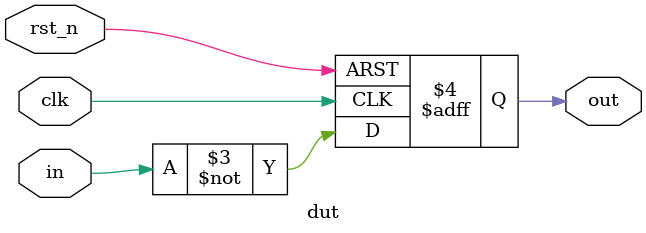
<source format=v>
`timescale 1ns/1ps
`default_nettype none

module dut (
    input  wire clk,
    input  wire rst_n,
    input  wire in,
    output reg  out
);

    always @(posedge clk or negedge rst_n) begin
        if (!rst_n)
            out <= 1'b0;
        else
            out <= ~in;   // invert input
    end

endmodule

</source>
